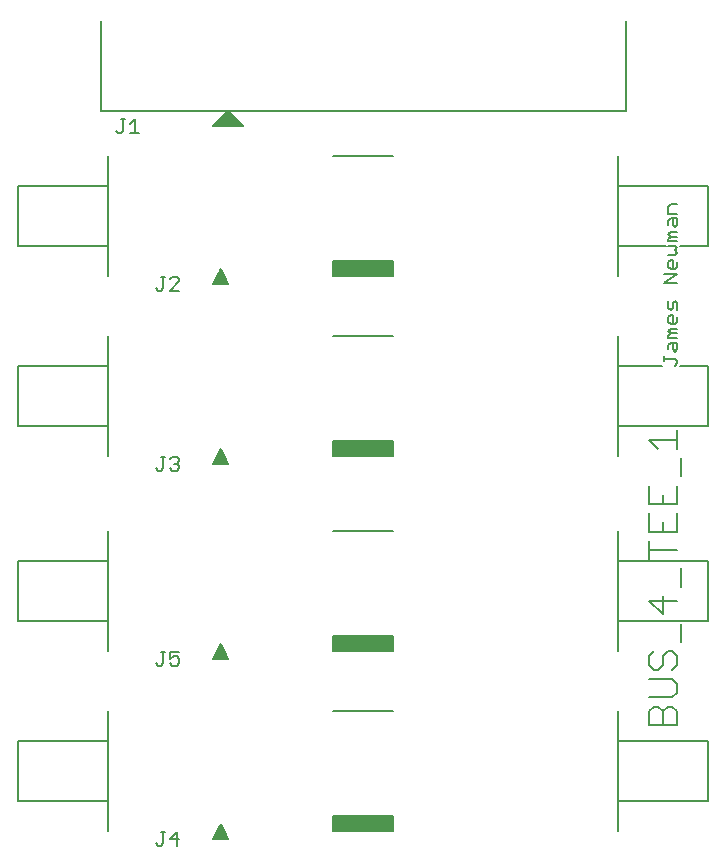
<source format=gto>
G04 Output by ViewMate Deluxe V11.0.9  PentaLogix LLC*
G04 Tue Dec 09 15:41:15 2014*
%FSLAX33Y33*%
%MOMM*%
%IPPOS*%
%ADD14C,0.13*%
%ADD104C,0.2032*%
%ADD106C,0.127*%

%LPD*%
X0Y0D2*D14*G1X57221Y42215D2*X57417Y42410D1*X57417Y45918D2*X57417Y46307D1*X14440Y2159D2*X15024Y2743D1*X15024Y1575*X14440Y2159D2*X15220Y2159D1*X13269Y1770D2*X13465Y1575D1*X13660Y1575*X13853Y1770*X13853Y2743*X13660Y2743D2*X14049Y2743D1*X13269Y17010D2*X13465Y16815D1*X13660Y16815*X13853Y17010*X14440Y17983D2*X15220Y17983D1*X13660Y17983D2*X14049Y17983D1*X13853Y17010D2*X13853Y17983D1*X14440Y17010D2*X14633Y16815D1*X15024Y16815*X15220Y17010*X15220Y17399*X15024Y17595*X14829Y17595*X14440Y17399*X14440Y17983*X14440Y34300D2*X14633Y34493D1*X15024Y34493*X15220Y34300*X15220Y34105*X15024Y33909*X14829Y33909D2*X15024Y33909D1*X15220Y33713*X15220Y33520*X15024Y33325*X14633Y33325*X14440Y33520*X13269Y33520D2*X13465Y33325D1*X13660Y33325*X13853Y33520*X13853Y34493*X13660Y34493D2*X14049Y34493D1*X9893Y62095D2*X10089Y61900D1*X10282Y61900*X10478Y62095*X10478Y63068*X10673Y63068D2*X10282Y63068D1*X11062Y62680D2*X11453Y63068D1*X11453Y61900*X11841Y61900D2*X11062Y61900D1*X15220Y48565D2*X14440Y48565D1*X15220Y49540D2*X15220Y49345D1*X14440Y48565*X13269Y48760D2*X13465Y48565D1*X13660Y48565*X13853Y48760*X13853Y49733*X14049Y49733D2*X13660Y49733D1*X14440Y49540D2*X14633Y49733D1*X15024Y49733*X15220Y49540*X57417Y55077D2*X56637Y55077D1*X57417Y55857D2*X56832Y55857D1*X56637Y55664*X56637Y55077*X56832Y54689D2*X56637Y54493D1*X56637Y54105*X57221Y53909D2*X57417Y54105D1*X57417Y54689*X56832Y54689*X57028Y54689D2*X57028Y54105D1*X57221Y53909*X56248Y49230D2*X57417Y49230D1*X57221Y51570D2*X56637Y51570D1*X56637Y52741D2*X57417Y52741D1*X57417Y53129D2*X56832Y53129D1*X57417Y53518D2*X56832Y53518D1*X56637Y53325*X56832Y53129*X56637Y52934*X56637Y52741*X56637Y52349D2*X57221Y52349D1*X57417Y52154*X57221Y51961*X57417Y51765*X57221Y51570*X57417Y50985D2*X57417Y50594D1*X57221Y50401*X56832Y50401*X57028Y50401D2*X57028Y51181D1*X56832Y51181*X56637Y50985*X56637Y50594*X56832Y50401*X56248Y50010D2*X57417Y50010D1*X56248Y49230*X56637Y47671D2*X56637Y47087D1*X56832Y46893*X57028Y47087*X57028Y47478*X57221Y47671*X57417Y47478*X57417Y46893*X57417Y45918D2*X57221Y45723D1*X56832Y45723*X57028Y45723D2*X57028Y46502D1*X56832Y46502*X56637Y46307*X56637Y45918*X56832Y45723*X57417Y44943D2*X56832Y44943D1*X57417Y45334D2*X56832Y45334D1*X56637Y45138*X56832Y44943*X56637Y44750*X56637Y44554*X57417Y44554*X57028Y44163D2*X57028Y43579D1*X57221Y43383*X57417Y43579*X57417Y44163*X56832Y44163*X56637Y43970*X56637Y43579*X56248Y42603D2*X56248Y42995D1*X56248Y42799D2*X57221Y42799D1*X57417Y42603*X57417Y42410*D104*X56198Y28158D2*X56198Y28936D1*X55027Y29715D2*X55027Y28158D1*X56198Y30495D2*X56198Y31275D1*X57366Y30495D2*X55027Y30495D1*X55027Y32055*X55806Y35174D2*X55027Y35954D1*X57366Y35954*X57366Y35174D2*X57366Y36733D1*X57755Y32835D2*X57755Y34394D1*X57366Y30495D2*X57366Y32055D1*X57366Y29715D2*X57366Y28158D1*X55027Y28158*X55027Y25819D2*X55027Y27379D1*X57366Y26599D2*X55027Y26599D1*X57755Y23480D2*X57755Y25039D1*X56198Y21140D2*X55027Y22311D1*X57366Y22311*X56198Y21140D2*X56198Y22700D1*X57755Y18801D2*X57755Y20361D1*X55418Y18021D2*X55027Y17633D1*X55027Y16853*X55418Y16464*X56977Y16464D2*X57366Y16853D1*X57366Y17633*X56977Y18021*X56586Y18021*X56198Y17633*X56198Y16853*X55806Y16464*X55418Y16464*X55027Y15684D2*X56977Y15684D1*X57366Y15293*X57366Y14514*X56977Y14125*X55027Y14125*X55027Y11786D2*X57366Y11786D1*X57366Y12954*X56977Y13345*X56586Y13345*X56198Y12954*X56198Y11786D2*X56198Y12954D1*X55806Y13345*X55418Y13345*X55027Y12954*X55027Y11786*D106*X60008Y37084D2*X60008Y42164D1*X52388Y42164D2*X56112Y42164D1*X60008Y42164D2*X57617Y42164D1*X52388Y52324D2*X56420Y52324D1*X60008Y52324D2*X57636Y52324D1*X9208Y57404D2*X9208Y59944D1*X19334Y2225D2*X18131Y2225D1*X18191Y2350D2*X19274Y2350D1*X19210Y2471D2*X18255Y2471D1*X18316Y2596D2*X19149Y2596D1*X19088Y2718D2*X18377Y2718D1*X18438Y2842D2*X19027Y2842D1*X18964Y2964D2*X18501Y2964D1*X18562Y3089D2*X18903Y3089D1*X18842Y3211D2*X18623Y3211D1*X18684Y3335D2*X18781Y3335D1*X18732Y3429D2*X18098Y2159D1*X19368Y2159*X18732Y3429*X19317Y17501D2*X18148Y17501D1*X18209Y17625D2*X19256Y17625D1*X19192Y17747D2*X18273Y17747D1*X18334Y17871D2*X19131Y17871D1*X19070Y17993D2*X18395Y17993D1*X18456Y18118D2*X19009Y18118D1*X18946Y18240D2*X18519Y18240D1*X18580Y18364D2*X18885Y18364D1*X18824Y18486D2*X18641Y18486D1*X18702Y18611D2*X18763Y18611D1*X18732Y18669D2*X18098Y17399D1*X19368Y17399*X18732Y18669*X19317Y34008D2*X18148Y34008D1*X18209Y34133D2*X19256Y34133D1*X19195Y34254D2*X18270Y34254D1*X18331Y34379D2*X19134Y34379D1*X19070Y34501D2*X18395Y34501D1*X18456Y34625D2*X19009Y34625D1*X18948Y34747D2*X18517Y34747D1*X18578Y34872D2*X18887Y34872D1*X18824Y34994D2*X18641Y34994D1*X18702Y35118D2*X18763Y35118D1*X18732Y35179D2*X18098Y33909D1*X19368Y33909*X18732Y35179*X18103Y49162D2*X19362Y49162D1*X19299Y49284D2*X18166Y49284D1*X18227Y49408D2*X19238Y49408D1*X19177Y49530D2*X18288Y49530D1*X18349Y49654D2*X19116Y49654D1*X19053Y49776D2*X18412Y49776D1*X18473Y49901D2*X18992Y49901D1*X18931Y50023D2*X18534Y50023D1*X18595Y50147D2*X18870Y50147D1*X18806Y50269D2*X18659Y50269D1*X18720Y50394D2*X18745Y50394D1*X18732Y50419D2*X18098Y49149D1*X19368Y49149*X18732Y50419*X19312Y63698D2*X19423Y63698D1*X19548Y63574D2*X19187Y63574D1*X19065Y63452D2*X19670Y63452D1*X19794Y63327D2*X18941Y63327D1*X18819Y63205D2*X19916Y63205D1*X20041Y63081D2*X18694Y63081D1*X18572Y62959D2*X20163Y62959D1*X20287Y62835D2*X18448Y62835D1*X18326Y62713D2*X20409Y62713D1*X20533Y62588D2*X18202Y62588D1*X20638Y62484D2*X18098Y62484D1*X19368Y63754*X20638Y62484*X28258Y59944D2*X33338Y59944D1*X33338Y51008D2*X28258Y51008D1*X28258Y50886D2*X33338Y50886D1*X33338Y50762D2*X28258Y50762D1*X28258Y50640D2*X33338Y50640D1*X33338Y50516D2*X28258Y50516D1*X28258Y50394D2*X33338Y50394D1*X33338Y50269D2*X28258Y50269D1*X28258Y50147D2*X33338Y50147D1*X33338Y50023D2*X28258Y50023D1*X28258Y49901D2*X33338Y49901D1*X28258Y49784D2*X28258Y51054D1*X33338Y51054*X33338Y49784*X28258Y49784*X33338Y44704D2*X28258Y44704D1*X28258Y35733D2*X33338Y35733D1*X33338Y35611D2*X28258Y35611D1*X28258Y35486D2*X33338Y35486D1*X33338Y35364D2*X28258Y35364D1*X28258Y35240D2*X33338Y35240D1*X33338Y35118D2*X28258Y35118D1*X28258Y34994D2*X33338Y34994D1*X33338Y34872D2*X28258Y34872D1*X28258Y34747D2*X33338Y34747D1*X33338Y34625D2*X28258Y34625D1*X33338Y34544D2*X33338Y35814D1*X28258Y35814*X28258Y34544*X33338Y34544*X28258Y28194D2*X33338Y28194D1*X33338Y19225D2*X28258Y19225D1*X28258Y19103D2*X33338Y19103D1*X33338Y18979D2*X28258Y18979D1*X28258Y18857D2*X33338Y18857D1*X33338Y18732D2*X28258Y18732D1*X28258Y18611D2*X33338Y18611D1*X33338Y18486D2*X28258Y18486D1*X28258Y18364D2*X33338Y18364D1*X33338Y18240D2*X28258Y18240D1*X28258Y18118D2*X33338Y18118D1*X28258Y18034D2*X28258Y19304D1*X33338Y19304*X33338Y18034*X28258Y18034*X33338Y12954D2*X28258Y12954D1*X28258Y3950D2*X33338Y3950D1*X33338Y3828D2*X28258Y3828D1*X28258Y3703D2*X33338Y3703D1*X33338Y3581D2*X28258Y3581D1*X28258Y3457D2*X33338Y3457D1*X33338Y3335D2*X28258Y3335D1*X28258Y3211D2*X33338Y3211D1*X33338Y3089D2*X28258Y3089D1*X28258Y2964D2*X33338Y2964D1*X33338Y2842D2*X28258Y2842D1*X33338Y2794D2*X33338Y4064D1*X28258Y4064*X28258Y2794*X33338Y2794*X52388Y5334D2*X52388Y2794D1*X52388Y10414D2*X60008Y10414D1*X60008Y5334*X52388Y5334*X52388Y10414*X52388Y12954*X52388Y20574D2*X52388Y18034D1*X52388Y25654D2*X60008Y25654D1*X60008Y20574*X52388Y20574*X52388Y25654*X52388Y28194*X52388Y34544D2*X52388Y37084D1*X60008Y37084D2*X52388Y37084D1*X52388Y42164*X52388Y44704*X52388Y52324D2*X52388Y49784D1*X52388Y57404D2*X60008Y57404D1*X60008Y52324*X52388Y52324D2*X52388Y57404D1*X52388Y59944*X53022Y71374D2*X53022Y63754D1*X8572Y63754*X8572Y71374*X9208Y52324D2*X9208Y57404D1*X1588Y57404*X1588Y52324*X9208Y52324*X9208Y49784*X9208Y44704D2*X9208Y42164D1*X9208Y37084D2*X9208Y42164D1*X1588Y42164*X1588Y37084*X9208Y37084*X9208Y34544*X9208Y28194D2*X9208Y25654D1*X9208Y20574D2*X9208Y25654D1*X1588Y25654*X1588Y20574*X9208Y20574*X9208Y18034*X9208Y10414D2*X9208Y12954D1*X9208Y2794D2*X9208Y5334D1*X1588Y5334D2*X9208Y5334D1*X9208Y10414*X1588Y10414*X1588Y5334*X0Y0D2*M02*
</source>
